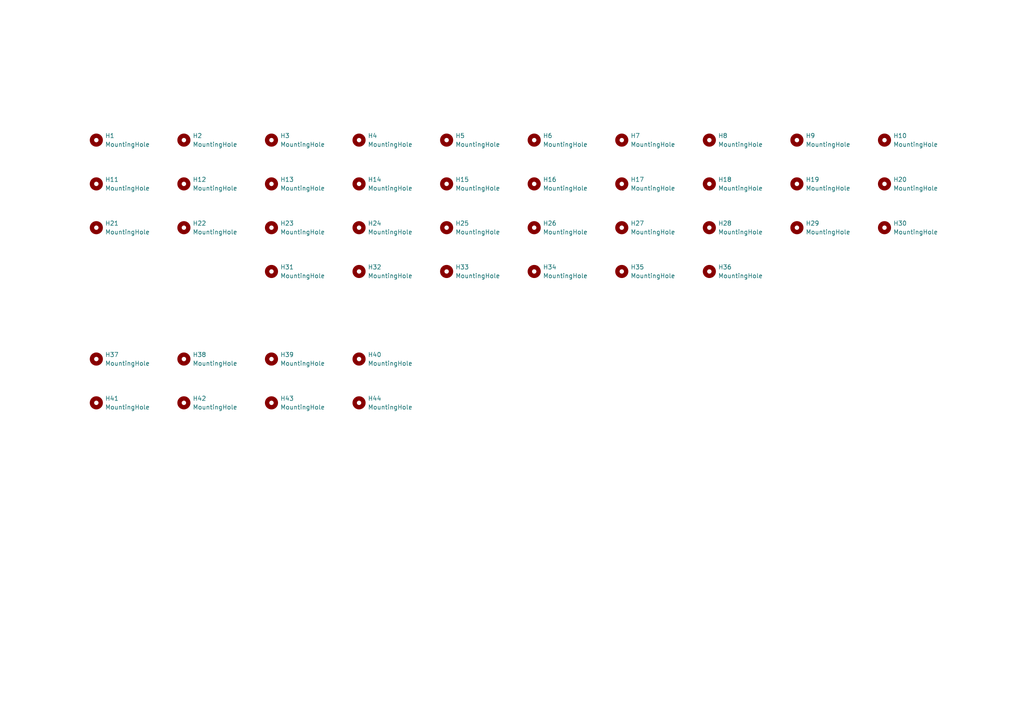
<source format=kicad_sch>
(kicad_sch (version 20211123) (generator eeschema)
  (paper "A4")
  (lib_symbols
    (symbol "Mechanical:MountingHole" (pin_names (offset 1.016))
      (property "Reference" "H" (at 0 5.08 0))
      (property "Value" "MountingHole" (at 0 3.175 0))
      (symbol "MountingHole_0_1"
        (circle (center 0 0) (radius 1.27) (stroke (width 1.27)))
      )
    )
  )
  (symbol (lib_id "Mechanical:MountingHole") (at 154.94 78.74 0) (unit 1)
    (property "Reference" "H34" (at 157.48 77.4699 0) (effects (justify left)))
    (property "Value" "MountingHole" (at 157.48 80.0099 0) (effects (justify left)))
    (property "Footprint" "keeb-parts:MX_Hole" (effects hide))
  )
  (symbol (lib_id "Mechanical:MountingHole") (at 104.14 40.64 0) (unit 1)
    (property "Reference" "H4" (at 106.68 39.3699 0) (effects (justify left)))
    (property "Value" "MountingHole" (at 106.68 41.9099 0) (effects (justify left)))
    (property "Footprint" "keeb-parts:MX_Hole" (effects hide))
  )
  (symbol (lib_id "Mechanical:MountingHole") (at 205.74 66.04 0) (unit 1)
    (property "Reference" "H28" (at 208.28 64.7699 0) (effects (justify left)))
    (property "Value" "MountingHole" (at 208.28 67.3099 0) (effects (justify left)))
    (property "Footprint" "keeb-parts:MX_Hole" (effects hide))
  )
  (symbol (lib_id "Mechanical:MountingHole") (at 78.74 53.34 0) (unit 1)
    (property "Reference" "H13" (at 81.28 52.0699 0) (effects (justify left)))
    (property "Value" "MountingHole" (at 81.28 54.6099 0) (effects (justify left)))
    (property "Footprint" "keeb-parts:MX_Hole" (effects hide))
  )
  (symbol (lib_id "Mechanical:MountingHole") (at 129.54 78.74 0) (unit 1)
    (property "Reference" "H33" (at 132.08 77.4699 0) (effects (justify left)))
    (property "Value" "MountingHole" (at 132.08 80.0099 0) (effects (justify left)))
    (property "Footprint" "keeb-parts:MX_Hole" (effects hide))
  )
  (symbol (lib_id "Mechanical:MountingHole") (at 78.74 66.04 0) (unit 1)
    (property "Reference" "H23" (at 81.28 64.7699 0) (effects (justify left)))
    (property "Value" "MountingHole" (at 81.28 67.3099 0) (effects (justify left)))
    (property "Footprint" "keeb-parts:MX_Hole" (effects hide))
  )
  (symbol (lib_id "Mechanical:MountingHole") (at 104.14 66.04 0) (unit 1)
    (property "Reference" "H24" (at 106.68 64.7699 0) (effects (justify left)))
    (property "Value" "MountingHole" (at 106.68 67.3099 0) (effects (justify left)))
    (property "Footprint" "keeb-parts:MX_Hole" (effects hide))
  )
  (symbol (lib_id "Mechanical:MountingHole") (at 180.34 66.04 0) (unit 1)
    (property "Reference" "H27" (at 182.88 64.7699 0) (effects (justify left)))
    (property "Value" "MountingHole" (at 182.88 67.3099 0) (effects (justify left)))
    (property "Footprint" "keeb-parts:MX_Hole" (effects hide))
  )
  (symbol (lib_id "Mechanical:MountingHole") (at 231.14 53.34 0) (unit 1)
    (property "Reference" "H19" (at 233.68 52.0699 0) (effects (justify left)))
    (property "Value" "MountingHole" (at 233.68 54.6099 0) (effects (justify left)))
    (property "Footprint" "keeb-parts:MX_Hole" (effects hide))
  )
  (symbol (lib_id "Mechanical:MountingHole") (at 53.34 53.34 0) (unit 1)
    (property "Reference" "H12" (at 55.88 52.0699 0) (effects (justify left)))
    (property "Value" "MountingHole" (at 55.88 54.6099 0) (effects (justify left)))
    (property "Footprint" "keeb-parts:MX_Hole" (effects hide))
  )
  (symbol (lib_id "Mechanical:MountingHole") (at 78.74 104.14 0) (unit 1)
    (property "Reference" "H39" (at 81.28 102.8699 0) (effects (justify left)))
    (property "Value" "MountingHole" (at 81.28 105.4099 0) (effects (justify left)))
    (property "Footprint" "keeb-parts:M2_ScrewHole" (effects hide))
  )
  (symbol (lib_id "Mechanical:MountingHole") (at 180.34 40.64 0) (unit 1)
    (property "Reference" "H7" (at 182.88 39.3699 0) (effects (justify left)))
    (property "Value" "MountingHole" (at 182.88 41.9099 0) (effects (justify left)))
    (property "Footprint" "keeb-parts:MX_Hole" (effects hide))
  )
  (symbol (lib_id "Mechanical:MountingHole") (at 205.74 40.64 0) (unit 1)
    (property "Reference" "H8" (at 208.28 39.3699 0) (effects (justify left)))
    (property "Value" "MountingHole" (at 208.28 41.9099 0) (effects (justify left)))
    (property "Footprint" "keeb-parts:MX_Hole" (effects hide))
  )
  (symbol (lib_id "Mechanical:MountingHole") (at 256.54 53.34 0) (unit 1)
    (property "Reference" "H20" (at 259.08 52.0699 0) (effects (justify left)))
    (property "Value" "MountingHole" (at 259.08 54.6099 0) (effects (justify left)))
    (property "Footprint" "keeb-parts:MX_Hole" (effects hide))
  )
  (symbol (lib_id "Mechanical:MountingHole") (at 53.34 40.64 0) (unit 1)
    (property "Reference" "H2" (at 55.88 39.3699 0) (effects (justify left)))
    (property "Value" "MountingHole" (at 55.88 41.9099 0) (effects (justify left)))
    (property "Footprint" "keeb-parts:MX_Hole" (effects hide))
  )
  (symbol (lib_id "Mechanical:MountingHole") (at 154.94 53.34 0) (unit 1)
    (property "Reference" "H16" (at 157.48 52.0699 0) (effects (justify left)))
    (property "Value" "MountingHole" (at 157.48 54.6099 0) (effects (justify left)))
    (property "Footprint" "keeb-parts:MX_Hole" (effects hide))
  )
  (symbol (lib_id "Mechanical:MountingHole") (at 27.94 66.04 0) (unit 1)
    (property "Reference" "H21" (at 30.48 64.7699 0) (effects (justify left)))
    (property "Value" "MountingHole" (at 30.48 67.3099 0) (effects (justify left)))
    (property "Footprint" "keeb-parts:MX_Hole" (effects hide))
  )
  (symbol (lib_id "Mechanical:MountingHole") (at 27.94 40.64 0) (unit 1)
    (property "Reference" "H1" (at 30.48 39.3699 0) (effects (justify left)))
    (property "Value" "MountingHole" (at 30.48 41.9099 0) (effects (justify left)))
    (property "Footprint" "keeb-parts:MX_Hole" (effects hide))
  )
  (symbol (lib_id "Mechanical:MountingHole") (at 78.74 78.74 0) (unit 1)
    (property "Reference" "H31" (at 81.28 77.4699 0) (effects (justify left)))
    (property "Value" "MountingHole" (at 81.28 80.0099 0) (effects (justify left)))
    (property "Footprint" "keeb-parts:MX_Hole" (effects hide))
  )
  (symbol (lib_id "Mechanical:MountingHole") (at 154.94 40.64 0) (unit 1)
    (property "Reference" "H6" (at 157.48 39.3699 0) (effects (justify left)))
    (property "Value" "MountingHole" (at 157.48 41.9099 0) (effects (justify left)))
    (property "Footprint" "keeb-parts:MX_Hole" (effects hide))
  )
  (symbol (lib_id "Mechanical:MountingHole") (at 78.74 116.84 0) (unit 1)
    (property "Reference" "H43" (at 81.28 115.5699 0) (effects (justify left)))
    (property "Value" "MountingHole" (at 81.28 118.1099 0) (effects (justify left)))
    (property "Footprint" "keeb-parts:M2_ScrewHole" (effects hide))
  )
  (symbol (lib_id "Mechanical:MountingHole") (at 27.94 116.84 0) (unit 1)
    (property "Reference" "H41" (at 30.48 115.5699 0) (effects (justify left)))
    (property "Value" "MountingHole" (at 30.48 118.1099 0) (effects (justify left)))
    (property "Footprint" "keeb-parts:M2_ScrewHole" (effects hide))
  )
  (symbol (lib_id "Mechanical:MountingHole") (at 231.14 66.04 0) (unit 1)
    (property "Reference" "H29" (at 233.68 64.7699 0) (effects (justify left)))
    (property "Value" "MountingHole" (at 233.68 67.3099 0) (effects (justify left)))
    (property "Footprint" "keeb-parts:MX_Hole" (effects hide))
  )
  (symbol (lib_id "Mechanical:MountingHole") (at 53.34 104.14 0) (unit 1)
    (property "Reference" "H38" (at 55.88 102.8699 0) (effects (justify left)))
    (property "Value" "MountingHole" (at 55.88 105.4099 0) (effects (justify left)))
    (property "Footprint" "keeb-parts:M2_ScrewHole" (effects hide))
  )
  (symbol (lib_id "Mechanical:MountingHole") (at 129.54 53.34 0) (unit 1)
    (property "Reference" "H15" (at 132.08 52.0699 0) (effects (justify left)))
    (property "Value" "MountingHole" (at 132.08 54.6099 0) (effects (justify left)))
    (property "Footprint" "keeb-parts:MX_Hole" (effects hide))
  )
  (symbol (lib_id "Mechanical:MountingHole") (at 53.34 66.04 0) (unit 1)
    (property "Reference" "H22" (at 55.88 64.7699 0) (effects (justify left)))
    (property "Value" "MountingHole" (at 55.88 67.3099 0) (effects (justify left)))
    (property "Footprint" "keeb-parts:MX_Hole" (effects hide))
  )
  (symbol (lib_id "Mechanical:MountingHole") (at 27.94 104.14 0) (unit 1)
    (property "Reference" "H37" (at 30.48 102.8699 0) (effects (justify left)))
    (property "Value" "MountingHole" (at 30.48 105.4099 0) (effects (justify left)))
    (property "Footprint" "keeb-parts:M2_ScrewHole" (effects hide))
  )
  (symbol (lib_id "Mechanical:MountingHole") (at 205.74 78.74 0) (unit 1)
    (property "Reference" "H36" (at 208.28 77.4699 0) (effects (justify left)))
    (property "Value" "MountingHole" (at 208.28 80.0099 0) (effects (justify left)))
    (property "Footprint" "keeb-parts:MX_Hole" (effects hide))
  )
  (symbol (lib_id "Mechanical:MountingHole") (at 180.34 78.74 0) (unit 1)
    (property "Reference" "H35" (at 182.88 77.4699 0) (effects (justify left)))
    (property "Value" "MountingHole" (at 182.88 80.0099 0) (effects (justify left)))
    (property "Footprint" "keeb-parts:MX_Hole" (effects hide))
  )
  (symbol (lib_id "Mechanical:MountingHole") (at 256.54 66.04 0) (unit 1)
    (property "Reference" "H30" (at 259.08 64.7699 0) (effects (justify left)))
    (property "Value" "MountingHole" (at 259.08 67.3099 0) (effects (justify left)))
    (property "Footprint" "keeb-parts:MX_Hole" (effects hide))
  )
  (symbol (lib_id "Mechanical:MountingHole") (at 104.14 53.34 0) (unit 1)
    (property "Reference" "H14" (at 106.68 52.0699 0) (effects (justify left)))
    (property "Value" "MountingHole" (at 106.68 54.6099 0) (effects (justify left)))
    (property "Footprint" "keeb-parts:MX_Hole" (effects hide))
  )
  (symbol (lib_id "Mechanical:MountingHole") (at 180.34 53.34 0) (unit 1)
    (property "Reference" "H17" (at 182.88 52.0699 0) (effects (justify left)))
    (property "Value" "MountingHole" (at 182.88 54.6099 0) (effects (justify left)))
    (property "Footprint" "keeb-parts:MX_Hole" (effects hide))
  )
  (symbol (lib_id "Mechanical:MountingHole") (at 256.54 40.64 0) (unit 1)
    (property "Reference" "H10" (at 259.08 39.3699 0) (effects (justify left)))
    (property "Value" "MountingHole" (at 259.08 41.9099 0) (effects (justify left)))
    (property "Footprint" "keeb-parts:MX_Hole" (effects hide))
  )
  (symbol (lib_id "Mechanical:MountingHole") (at 129.54 40.64 0) (unit 1)
    (property "Reference" "H5" (at 132.08 39.3699 0) (effects (justify left)))
    (property "Value" "MountingHole" (at 132.08 41.9099 0) (effects (justify left)))
    (property "Footprint" "keeb-parts:MX_Hole" (effects hide))
  )
  (symbol (lib_id "Mechanical:MountingHole") (at 104.14 116.84 0) (unit 1)
    (property "Reference" "H44" (at 106.68 115.5699 0) (effects (justify left)))
    (property "Value" "MountingHole" (at 106.68 118.1099 0) (effects (justify left)))
    (property "Footprint" "keeb-parts:M2_ScrewHole" (effects hide))
  )
  (symbol (lib_id "Mechanical:MountingHole") (at 104.14 78.74 0) (unit 1)
    (property "Reference" "H32" (at 106.68 77.4699 0) (effects (justify left)))
    (property "Value" "MountingHole" (at 106.68 80.0099 0) (effects (justify left)))
    (property "Footprint" "keeb-parts:MX_Hole" (effects hide))
  )
  (symbol (lib_id "Mechanical:MountingHole") (at 205.74 53.34 0) (unit 1)
    (property "Reference" "H18" (at 208.28 52.0699 0) (effects (justify left)))
    (property "Value" "MountingHole" (at 208.28 54.6099 0) (effects (justify left)))
    (property "Footprint" "keeb-parts:MX_Hole" (effects hide))
  )
  (symbol (lib_id "Mechanical:MountingHole") (at 27.94 53.34 0) (unit 1)
    (property "Reference" "H11" (at 30.48 52.0699 0) (effects (justify left)))
    (property "Value" "MountingHole" (at 30.48 54.6099 0) (effects (justify left)))
    (property "Footprint" "keeb-parts:MX_Hole" (effects hide))
  )
  (symbol (lib_id "Mechanical:MountingHole") (at 154.94 66.04 0) (unit 1)
    (property "Reference" "H26" (at 157.48 64.7699 0) (effects (justify left)))
    (property "Value" "MountingHole" (at 157.48 67.3099 0) (effects (justify left)))
    (property "Footprint" "keeb-parts:MX_Hole" (effects hide))
  )
  (symbol (lib_id "Mechanical:MountingHole") (at 78.74 40.64 0) (unit 1)
    (property "Reference" "H3" (at 81.28 39.3699 0) (effects (justify left)))
    (property "Value" "MountingHole" (at 81.28 41.9099 0) (effects (justify left)))
    (property "Footprint" "keeb-parts:MX_Hole" (effects hide))
  )
  (symbol (lib_id "Mechanical:MountingHole") (at 104.14 104.14 0) (unit 1)
    (property "Reference" "H40" (at 106.68 102.8699 0) (effects (justify left)))
    (property "Value" "MountingHole" (at 106.68 105.4099 0) (effects (justify left)))
    (property "Footprint" "keeb-parts:M2_ScrewHole" (effects hide))
  )
  (symbol (lib_id "Mechanical:MountingHole") (at 53.34 116.84 0) (unit 1)
    (property "Reference" "H42" (at 55.88 115.5699 0) (effects (justify left)))
    (property "Value" "MountingHole" (at 55.88 118.1099 0) (effects (justify left)))
    (property "Footprint" "keeb-parts:M2_ScrewHole" (effects hide))
  )
  (symbol (lib_id "Mechanical:MountingHole") (at 231.14 40.64 0) (unit 1)
    (property "Reference" "H9" (at 233.68 39.3699 0) (effects (justify left)))
    (property "Value" "MountingHole" (at 233.68 41.9099 0) (effects (justify left)))
    (property "Footprint" "keeb-parts:MX_Hole" (effects hide))
  )
  (symbol (lib_id "Mechanical:MountingHole") (at 129.54 66.04 0) (unit 1)
    (property "Reference" "H25" (at 132.08 64.7699 0) (effects (justify left)))
    (property "Value" "MountingHole" (at 132.08 67.3099 0) (effects (justify left)))
    (property "Footprint" "keeb-parts:MX_Hole" (effects hide))
  )
)
</source>
